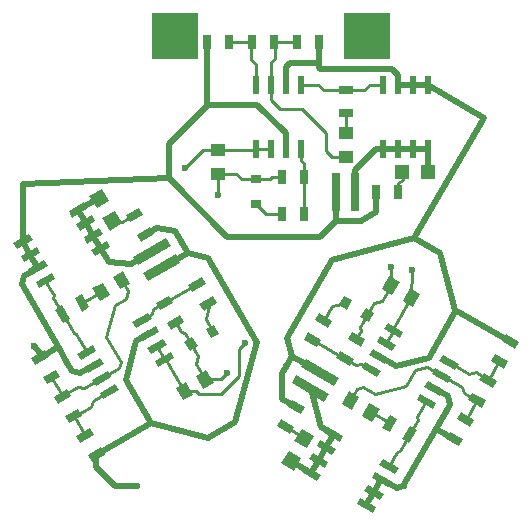
<source format=gbr>
G04 #@! TF.FileFunction,Copper,L1,Top,Signal*
%FSLAX46Y46*%
G04 Gerber Fmt 4.6, Leading zero omitted, Abs format (unit mm)*
G04 Created by KiCad (PCBNEW 4.0.6) date 03/19/17 21:35:25*
%MOMM*%
%LPD*%
G01*
G04 APERTURE LIST*
%ADD10C,0.100000*%
%ADD11R,4.000000X4.000000*%
%ADD12R,0.900000X0.800000*%
%ADD13R,0.600000X1.550000*%
%ADD14R,0.800000X3.200000*%
%ADD15R,1.250000X1.000000*%
%ADD16R,0.700000X1.300000*%
%ADD17R,1.300000X0.700000*%
%ADD18R,1.200000X1.200000*%
%ADD19C,0.600000*%
%ADD20C,0.250000*%
%ADD21C,0.500000*%
G04 APERTURE END LIST*
D10*
D11*
X8128000Y20701000D03*
D10*
G36*
X-16088970Y-6745967D02*
X-16388970Y-6226351D01*
X-15046630Y-5451351D01*
X-14746630Y-5970967D01*
X-16088970Y-6745967D01*
X-16088970Y-6745967D01*
G37*
G36*
X-15453970Y-7845819D02*
X-15753970Y-7326203D01*
X-14411630Y-6551203D01*
X-14111630Y-7070819D01*
X-15453970Y-7845819D01*
X-15453970Y-7845819D01*
G37*
G36*
X-14818970Y-8945671D02*
X-15118970Y-8426055D01*
X-13776630Y-7651055D01*
X-13476630Y-8170671D01*
X-14818970Y-8945671D01*
X-14818970Y-8945671D01*
G37*
G36*
X-14183970Y-10045523D02*
X-14483970Y-9525907D01*
X-13141630Y-8750907D01*
X-12841630Y-9270523D01*
X-14183970Y-10045523D01*
X-14183970Y-10045523D01*
G37*
G36*
X-9507432Y-7345523D02*
X-9807432Y-6825907D01*
X-8465092Y-6050907D01*
X-8165092Y-6570523D01*
X-9507432Y-7345523D01*
X-9507432Y-7345523D01*
G37*
G36*
X-10142432Y-6245671D02*
X-10442432Y-5726055D01*
X-9100092Y-4951055D01*
X-8800092Y-5470671D01*
X-10142432Y-6245671D01*
X-10142432Y-6245671D01*
G37*
G36*
X-10777432Y-5145819D02*
X-11077432Y-4626203D01*
X-9735092Y-3851203D01*
X-9435092Y-4370819D01*
X-10777432Y-5145819D01*
X-10777432Y-5145819D01*
G37*
G36*
X-11412432Y-4045967D02*
X-11712432Y-3526351D01*
X-10370092Y-2751351D01*
X-10070092Y-3270967D01*
X-11412432Y-4045967D01*
X-11412432Y-4045967D01*
G37*
G36*
X14017284Y-10384706D02*
X13717284Y-10904322D01*
X12374944Y-10129322D01*
X12674944Y-9609706D01*
X14017284Y-10384706D01*
X14017284Y-10384706D01*
G37*
G36*
X14652284Y-9284854D02*
X14352284Y-9804470D01*
X13009944Y-9029470D01*
X13309944Y-8509854D01*
X14652284Y-9284854D01*
X14652284Y-9284854D01*
G37*
G36*
X15287284Y-8185002D02*
X14987284Y-8704618D01*
X13644944Y-7929618D01*
X13944944Y-7410002D01*
X15287284Y-8185002D01*
X15287284Y-8185002D01*
G37*
G36*
X15922284Y-7085150D02*
X15622284Y-7604766D01*
X14279944Y-6829766D01*
X14579944Y-6310150D01*
X15922284Y-7085150D01*
X15922284Y-7085150D01*
G37*
G36*
X11245746Y-4385150D02*
X10945746Y-4904766D01*
X9603406Y-4129766D01*
X9903406Y-3610150D01*
X11245746Y-4385150D01*
X11245746Y-4385150D01*
G37*
G36*
X10610746Y-5485002D02*
X10310746Y-6004618D01*
X8968406Y-5229618D01*
X9268406Y-4710002D01*
X10610746Y-5485002D01*
X10610746Y-5485002D01*
G37*
G36*
X9975746Y-6584854D02*
X9675746Y-7104470D01*
X8333406Y-6329470D01*
X8633406Y-5809854D01*
X9975746Y-6584854D01*
X9975746Y-6584854D01*
G37*
G36*
X9340746Y-7684706D02*
X9040746Y-8204322D01*
X7698406Y-7429322D01*
X7998406Y-6909706D01*
X9340746Y-7684706D01*
X9340746Y-7684706D01*
G37*
G36*
X8937284Y-19183524D02*
X8637284Y-19703140D01*
X7294944Y-18928140D01*
X7594944Y-18408524D01*
X8937284Y-19183524D01*
X8937284Y-19183524D01*
G37*
G36*
X9572284Y-18083672D02*
X9272284Y-18603288D01*
X7929944Y-17828288D01*
X8229944Y-17308672D01*
X9572284Y-18083672D01*
X9572284Y-18083672D01*
G37*
G36*
X10207284Y-16983820D02*
X9907284Y-17503436D01*
X8564944Y-16728436D01*
X8864944Y-16208820D01*
X10207284Y-16983820D01*
X10207284Y-16983820D01*
G37*
G36*
X10842284Y-15883968D02*
X10542284Y-16403584D01*
X9199944Y-15628584D01*
X9499944Y-15108968D01*
X10842284Y-15883968D01*
X10842284Y-15883968D01*
G37*
G36*
X6165746Y-13183968D02*
X5865746Y-13703584D01*
X4523406Y-12928584D01*
X4823406Y-12408968D01*
X6165746Y-13183968D01*
X6165746Y-13183968D01*
G37*
G36*
X5530746Y-14283820D02*
X5230746Y-14803436D01*
X3888406Y-14028436D01*
X4188406Y-13508820D01*
X5530746Y-14283820D01*
X5530746Y-14283820D01*
G37*
G36*
X4895746Y-15383672D02*
X4595746Y-15903288D01*
X3253406Y-15128288D01*
X3553406Y-14608672D01*
X4895746Y-15383672D01*
X4895746Y-15383672D01*
G37*
G36*
X4260746Y-16483524D02*
X3960746Y-17003140D01*
X2618406Y-16228140D01*
X2918406Y-15708524D01*
X4260746Y-16483524D01*
X4260746Y-16483524D01*
G37*
G36*
X-6856006Y-5987927D02*
X-7306006Y-5208505D01*
X-6613186Y-4808505D01*
X-6163186Y-5587927D01*
X-6856006Y-5987927D01*
X-6856006Y-5987927D01*
G37*
G36*
X-5037352Y-4937927D02*
X-5487352Y-4158505D01*
X-4794532Y-3758505D01*
X-4344532Y-4537927D01*
X-5037352Y-4937927D01*
X-5037352Y-4937927D01*
G37*
D12*
X-1255101Y8527446D03*
X-1255101Y6427446D03*
D10*
G36*
X8744321Y-2767747D02*
X8294321Y-3547169D01*
X7601501Y-3147169D01*
X8051501Y-2367747D01*
X8744321Y-2767747D01*
X8744321Y-2767747D01*
G37*
G36*
X6925667Y-1717747D02*
X6475667Y-2497169D01*
X5782847Y-2097169D01*
X6232847Y-1317747D01*
X6925667Y-1717747D01*
X6925667Y-1717747D01*
G37*
D13*
X2554900Y16527446D03*
X1284900Y16527446D03*
X14900Y16527446D03*
X-1255100Y16527446D03*
X-1255100Y11127446D03*
X14900Y11127446D03*
X1284900Y11127446D03*
X2554900Y11127446D03*
D10*
G36*
X-21486468Y2602776D02*
X-21786468Y3122392D01*
X-20444128Y3897392D01*
X-20144128Y3377776D01*
X-21486468Y2602776D01*
X-21486468Y2602776D01*
G37*
G36*
X-20851468Y1502924D02*
X-21151468Y2022540D01*
X-19809128Y2797540D01*
X-19509128Y2277924D01*
X-20851468Y1502924D01*
X-20851468Y1502924D01*
G37*
G36*
X-20216468Y403072D02*
X-20516468Y922688D01*
X-19174128Y1697688D01*
X-18874128Y1178072D01*
X-20216468Y403072D01*
X-20216468Y403072D01*
G37*
G36*
X-19581468Y-696780D02*
X-19881468Y-177164D01*
X-18539128Y597836D01*
X-18239128Y78220D01*
X-19581468Y-696780D01*
X-19581468Y-696780D01*
G37*
G36*
X-14904930Y2003220D02*
X-15204930Y2522836D01*
X-13862590Y3297836D01*
X-13562590Y2778220D01*
X-14904930Y2003220D01*
X-14904930Y2003220D01*
G37*
G36*
X-15539930Y3103072D02*
X-15839930Y3622688D01*
X-14497590Y4397688D01*
X-14197590Y3878072D01*
X-15539930Y3103072D01*
X-15539930Y3103072D01*
G37*
G36*
X-16174930Y4202924D02*
X-16474930Y4722540D01*
X-15132590Y5497540D01*
X-14832590Y4977924D01*
X-16174930Y4202924D01*
X-16174930Y4202924D01*
G37*
G36*
X-16809930Y5302776D02*
X-17109930Y5822392D01*
X-15767590Y6597392D01*
X-15467590Y6077776D01*
X-16809930Y5302776D01*
X-16809930Y5302776D01*
G37*
D13*
X13349899Y16527447D03*
X12079899Y16527447D03*
X10809899Y16527447D03*
X9539899Y16527447D03*
X9539899Y11127447D03*
X10809899Y11127447D03*
X12079899Y11127447D03*
X13349899Y11127447D03*
D10*
G36*
X-11620910Y1965128D02*
X-8849628Y3565128D01*
X-8449628Y2872308D01*
X-11220910Y1272308D01*
X-11620910Y1965128D01*
X-11620910Y1965128D01*
G37*
G36*
X-10820910Y579488D02*
X-8049628Y2179488D01*
X-7649628Y1486668D01*
X-10420910Y-113332D01*
X-10820910Y579488D01*
X-10820910Y579488D01*
G37*
D14*
X7164899Y7477447D03*
X5564899Y7477447D03*
D10*
G36*
X4556725Y-10320875D02*
X1785443Y-8720875D01*
X2185443Y-8028055D01*
X4956725Y-9628055D01*
X4556725Y-10320875D01*
X4556725Y-10320875D01*
G37*
G36*
X5356725Y-8935235D02*
X2585443Y-7335235D01*
X2985443Y-6642415D01*
X5756725Y-8242415D01*
X5356725Y-8935235D01*
X5356725Y-8935235D01*
G37*
G36*
X-7424011Y-10184113D02*
X-8049011Y-9101581D01*
X-7182985Y-8601581D01*
X-6557985Y-9684113D01*
X-7424011Y-10184113D01*
X-7424011Y-10184113D01*
G37*
G36*
X-5691961Y-9184113D02*
X-6316961Y-8101581D01*
X-5450935Y-7601581D01*
X-4825935Y-8684113D01*
X-5691961Y-9184113D01*
X-5691961Y-9184113D01*
G37*
G36*
X-14471290Y-1787868D02*
X-15096290Y-705336D01*
X-14230264Y-205336D01*
X-13605264Y-1287868D01*
X-14471290Y-1787868D01*
X-14471290Y-1787868D01*
G37*
G36*
X-12739240Y-787868D02*
X-13364240Y294664D01*
X-12498214Y794664D01*
X-11873214Y-287868D01*
X-12739240Y-787868D01*
X-12739240Y-787868D01*
G37*
D15*
X-4430101Y11017446D03*
X-4430101Y9017446D03*
X6350000Y12430000D03*
X6350000Y10430000D03*
D10*
G36*
X12662327Y-1161561D02*
X12037327Y-2244093D01*
X11171301Y-1744093D01*
X11796301Y-661561D01*
X12662327Y-1161561D01*
X12662327Y-1161561D01*
G37*
G36*
X10930277Y-161561D02*
X10305277Y-1244093D01*
X9439251Y-744093D01*
X10064251Y338439D01*
X10930277Y-161561D01*
X10930277Y-161561D01*
G37*
G36*
X9232105Y-10912879D02*
X8607105Y-11995411D01*
X7741079Y-11495411D01*
X8366079Y-10412879D01*
X9232105Y-10912879D01*
X9232105Y-10912879D01*
G37*
G36*
X7500055Y-9912879D02*
X6875055Y-10995411D01*
X6009029Y-10495411D01*
X6634029Y-9412879D01*
X7500055Y-9912879D01*
X7500055Y-9912879D01*
G37*
G36*
X-9725537Y-1957753D02*
X-8599703Y-1307753D01*
X-8249703Y-1913971D01*
X-9375537Y-2563971D01*
X-9725537Y-1957753D01*
X-9725537Y-1957753D01*
G37*
G36*
X-8775537Y-3603201D02*
X-7649703Y-2953201D01*
X-7299703Y-3559419D01*
X-8425537Y-4209419D01*
X-8775537Y-3603201D01*
X-8775537Y-3603201D01*
G37*
G36*
X-6975907Y-370252D02*
X-5850073Y279748D01*
X-5500073Y-326470D01*
X-6625907Y-976470D01*
X-6975907Y-370252D01*
X-6975907Y-370252D01*
G37*
G36*
X-6025907Y-2015700D02*
X-4900073Y-1365700D01*
X-4550073Y-1971918D01*
X-5675907Y-2621918D01*
X-6025907Y-2015700D01*
X-6025907Y-2015700D01*
G37*
G36*
X-17585142Y-3614519D02*
X-18235142Y-2488685D01*
X-17628924Y-2138685D01*
X-16978924Y-3264519D01*
X-17585142Y-3614519D01*
X-17585142Y-3614519D01*
G37*
G36*
X-15939694Y-2664519D02*
X-16589694Y-1538685D01*
X-15983476Y-1188685D01*
X-15333476Y-2314519D01*
X-15939694Y-2664519D01*
X-15939694Y-2664519D01*
G37*
G36*
X-18354208Y-9872457D02*
X-17228374Y-9222457D01*
X-16878374Y-9828675D01*
X-18004208Y-10478675D01*
X-18354208Y-9872457D01*
X-18354208Y-9872457D01*
G37*
G36*
X-17404208Y-11517905D02*
X-16278374Y-10867905D01*
X-15928374Y-11474123D01*
X-17054208Y-12124123D01*
X-17404208Y-11517905D01*
X-17404208Y-11517905D01*
G37*
G36*
X-16449208Y-13172013D02*
X-15323374Y-12522013D01*
X-14973374Y-13128231D01*
X-16099208Y-13778231D01*
X-16449208Y-13172013D01*
X-16449208Y-13172013D01*
G37*
G36*
X-15499208Y-14817461D02*
X-14373374Y-14167461D01*
X-14023374Y-14773679D01*
X-15149208Y-15423679D01*
X-15499208Y-14817461D01*
X-15499208Y-14817461D01*
G37*
G36*
X-20259208Y-6572900D02*
X-19133374Y-5922900D01*
X-18783374Y-6529118D01*
X-19909208Y-7179118D01*
X-20259208Y-6572900D01*
X-20259208Y-6572900D01*
G37*
G36*
X-19309208Y-8218348D02*
X-18183374Y-7568348D01*
X-17833374Y-8174566D01*
X-18959208Y-8824566D01*
X-19309208Y-8218348D01*
X-19309208Y-8218348D01*
G37*
D16*
X2869899Y8747447D03*
X969899Y8747447D03*
X2869899Y5572446D03*
X969899Y5572446D03*
D17*
X6350000Y16063000D03*
X6350000Y14163000D03*
D16*
X329899Y20177446D03*
X-1570101Y20177446D03*
X-3480101Y20177446D03*
X-5380101Y20177446D03*
X4139899Y20177446D03*
X2239899Y20177446D03*
D10*
G36*
X6688853Y-7267922D02*
X5563019Y-6617922D01*
X5913019Y-6011704D01*
X7038853Y-6661704D01*
X6688853Y-7267922D01*
X6688853Y-7267922D01*
G37*
G36*
X7638853Y-5622474D02*
X6513019Y-4972474D01*
X6863019Y-4366256D01*
X7988853Y-5016256D01*
X7638853Y-5622474D01*
X7638853Y-5622474D01*
G37*
G36*
X3939223Y-5680422D02*
X2813389Y-5030422D01*
X3163389Y-4424204D01*
X4289223Y-5074204D01*
X3939223Y-5680422D01*
X3939223Y-5680422D01*
G37*
G36*
X4889223Y-4034974D02*
X3763389Y-3384974D01*
X4113389Y-2778756D01*
X5239223Y-3428756D01*
X4889223Y-4034974D01*
X4889223Y-4034974D01*
G37*
G36*
X12370957Y-12696228D02*
X11720957Y-13822062D01*
X11114739Y-13472062D01*
X11764739Y-12346228D01*
X12370957Y-12696228D01*
X12370957Y-12696228D01*
G37*
G36*
X10725509Y-11746228D02*
X10075509Y-12872062D01*
X9469291Y-12522062D01*
X10119291Y-11396228D01*
X10725509Y-11746228D01*
X10725509Y-11746228D01*
G37*
G36*
X17857524Y-10783217D02*
X16731690Y-10133217D01*
X17081690Y-9526999D01*
X18207524Y-10176999D01*
X17857524Y-10783217D01*
X17857524Y-10783217D01*
G37*
G36*
X18807524Y-9137769D02*
X17681690Y-8487769D01*
X18031690Y-7881551D01*
X19157524Y-8531551D01*
X18807524Y-9137769D01*
X18807524Y-9137769D01*
G37*
G36*
X19762524Y-7483660D02*
X18636690Y-6833660D01*
X18986690Y-6227442D01*
X20112524Y-6877442D01*
X19762524Y-7483660D01*
X19762524Y-7483660D01*
G37*
G36*
X20712524Y-5838212D02*
X19586690Y-5188212D01*
X19936690Y-4581994D01*
X21062524Y-5231994D01*
X20712524Y-5838212D01*
X20712524Y-5838212D01*
G37*
G36*
X15952524Y-14082774D02*
X14826690Y-13432774D01*
X15176690Y-12826556D01*
X16302524Y-13476556D01*
X15952524Y-14082774D01*
X15952524Y-14082774D01*
G37*
G36*
X16902524Y-12437326D02*
X15776690Y-11787326D01*
X16126690Y-11181108D01*
X17252524Y-11831108D01*
X16902524Y-12437326D01*
X16902524Y-12437326D01*
G37*
D11*
X-8128000Y20701000D03*
D10*
G36*
X-12600385Y4796757D02*
X-13639615Y4196757D01*
X-14239615Y5235987D01*
X-13200385Y5835987D01*
X-12600385Y4796757D01*
X-12600385Y4796757D01*
G37*
G36*
X-13700385Y6702013D02*
X-14739615Y6102013D01*
X-15339615Y7141243D01*
X-14300385Y7741243D01*
X-13700385Y6702013D01*
X-13700385Y6702013D01*
G37*
D18*
X11155500Y9144000D03*
X13355500Y9144000D03*
D10*
G36*
X2616385Y-12578757D02*
X3655615Y-13178757D01*
X3055615Y-14217987D01*
X2016385Y-13617987D01*
X2616385Y-12578757D01*
X2616385Y-12578757D01*
G37*
G36*
X1516385Y-14484013D02*
X2555615Y-15084013D01*
X1955615Y-16123243D01*
X916385Y-15523243D01*
X1516385Y-14484013D01*
X1516385Y-14484013D01*
G37*
G36*
X-9836083Y3898167D02*
X-10961917Y3248167D01*
X-11311917Y3854385D01*
X-10186083Y4504385D01*
X-9836083Y3898167D01*
X-9836083Y3898167D01*
G37*
G36*
X-10786083Y5543615D02*
X-11911917Y4893615D01*
X-12261917Y5499833D01*
X-11136083Y6149833D01*
X-10786083Y5543615D01*
X-10786083Y5543615D01*
G37*
D16*
X8892500Y7429500D03*
X10792500Y7429500D03*
D10*
G36*
X1801583Y-10106167D02*
X2927417Y-10756167D01*
X2577417Y-11362385D01*
X1451583Y-10712385D01*
X1801583Y-10106167D01*
X1801583Y-10106167D01*
G37*
G36*
X851583Y-11751615D02*
X1977417Y-12401615D01*
X1627417Y-13007833D01*
X501583Y-12357833D01*
X851583Y-11751615D01*
X851583Y-11751615D01*
G37*
D19*
X-2159000Y-5334000D03*
X-3683000Y-7874000D03*
X-7239000Y9525000D03*
X-4445000Y7239000D03*
X11938000Y825500D03*
X10160000Y1079500D03*
X-6858000Y19304000D03*
X-8128000Y19304000D03*
X-9525000Y19304000D03*
X-9525000Y20701000D03*
X-9525000Y22098000D03*
X-8128000Y22098000D03*
X-6858000Y22098000D03*
X-6858000Y20701000D03*
X-8128000Y20701000D03*
X-11303000Y-17399000D03*
X11303000Y-17399000D03*
X-20066000Y-5588000D03*
X1270000Y-7366000D03*
X6858000Y21971000D03*
X6858000Y20701000D03*
X6858000Y19431000D03*
X8128000Y19431000D03*
X9398000Y19431000D03*
X9398000Y21971000D03*
X8128000Y21971000D03*
X9398000Y20701000D03*
X8128000Y20701000D03*
D20*
X-7303498Y-9392847D02*
X-6355153Y-9392847D01*
X-6355153Y-9392847D02*
X-6096000Y-9652000D01*
X-6096000Y-9652000D02*
X-4191000Y-9652000D01*
X-4191000Y-9652000D02*
X-2667000Y-8128000D01*
X-2667000Y-8128000D02*
X-2667000Y-5842000D01*
X-2667000Y-5842000D02*
X-2159000Y-5334000D01*
X-9621261Y-5598363D02*
X-8986261Y-6698216D01*
X-8986261Y-6698216D02*
X-8835999Y-6738479D01*
X-8835999Y-6738479D02*
X-7303498Y-9392847D01*
X-5571448Y-8392847D02*
X-4201847Y-8392847D01*
X-4201847Y-8392847D02*
X-3683000Y-7874000D01*
X-6734595Y-5398216D02*
X-6146095Y-6417528D01*
X-6325447Y-7086881D02*
X-5571448Y-8392848D01*
X-6146095Y-6417528D02*
X-6325447Y-7086881D01*
X-8037621Y-3581310D02*
X-7560121Y-4408362D01*
X-7259595Y-4488889D02*
X-6734595Y-5398216D01*
X-7560121Y-4408362D02*
X-7259595Y-4488889D01*
X-15961586Y-1926602D02*
X-14350776Y-996603D01*
X-14297799Y-8298364D02*
X-12839412Y-7456365D01*
X-12102726Y-890341D02*
X-12618728Y3398D01*
X-12282811Y-1562426D02*
X-12102726Y-890341D01*
X-13162692Y-2070424D02*
X-12282811Y-1562426D01*
X-13906456Y-4846189D02*
X-13162692Y-2070424D01*
X-12699956Y-6935908D02*
X-13906456Y-4846189D01*
X-12839412Y-7456365D02*
X-12699956Y-6935908D01*
X-18571291Y-8196457D02*
X-17616291Y-9850565D01*
X-17616291Y-9850565D02*
X-17592134Y-9760408D01*
X-17592134Y-9760408D02*
X-16329469Y-9031408D01*
X-16329469Y-9031408D02*
X-15809013Y-9170862D01*
X-15809013Y-9170862D02*
X-14297799Y-8298364D01*
X-4430101Y11017446D02*
X-5746554Y11017446D01*
X-5746554Y11017446D02*
X-7239000Y9525000D01*
X14899Y11127446D02*
X-1255101Y11127446D01*
X-1255101Y11127446D02*
X-1365102Y11017446D01*
X-1365102Y11017446D02*
X-4430100Y11017447D01*
X969899Y8747447D02*
X141899Y8747446D01*
X141899Y8747446D02*
X-78101Y8527446D01*
X-78101Y8527446D02*
X-1255101Y8527446D01*
X-4430101Y9017446D02*
X-4445000Y7239000D01*
X-1255101Y8527446D02*
X-2432101Y8527446D01*
X-2922101Y9017447D02*
X-4430101Y9017447D01*
X-2432101Y8527446D02*
X-2922101Y9017447D01*
X6350000Y12430000D02*
X6350000Y14163000D01*
X14898Y16527446D02*
X14899Y15224446D01*
X5207000Y10414000D02*
X6350000Y10430000D01*
X4699000Y10922000D02*
X5207000Y10414000D01*
X4713899Y12430446D02*
X4699000Y10922000D01*
X2681899Y14462447D02*
X4713899Y12430446D01*
X776899Y14462446D02*
X2681899Y14462447D01*
X14899Y15224446D02*
X776899Y14462446D01*
X14898Y16527446D02*
X14898Y18399446D01*
X395899Y18780447D02*
X395898Y20111447D01*
X14898Y18399446D02*
X395899Y18780447D01*
X395898Y20111447D02*
X461899Y20177446D01*
X461899Y20177446D02*
X2239899Y20177446D01*
X11916814Y-1452827D02*
X11938000Y825500D01*
X9789577Y-5357310D02*
X10424577Y-4257458D01*
X10424577Y-4257458D02*
X10384314Y-4107195D01*
X10384314Y-4107195D02*
X11916814Y-1452827D01*
X10184764Y-452827D02*
X10160000Y1079500D01*
X8172911Y-2957458D02*
X8761411Y-1938146D01*
X9430763Y-1758794D02*
X10184763Y-452827D01*
X8761411Y-1938146D02*
X9430763Y-1758794D01*
X7250936Y-4994365D02*
X7664936Y-4277295D01*
X7584411Y-3976770D02*
X8172911Y-2957458D01*
X7664936Y-4277295D02*
X7584411Y-3976770D01*
X10097400Y-12134145D02*
X8486592Y-11204145D01*
X14466114Y-8057310D02*
X13227698Y-7342310D01*
X7334042Y-9200422D02*
X6754542Y-10204145D01*
X7832641Y-9066823D02*
X7334042Y-9200422D01*
X8822508Y-9638323D02*
X7832641Y-9066823D01*
X11424786Y-8941044D02*
X8822508Y-9638323D01*
X12186786Y-7621222D02*
X11424786Y-8941044D01*
X13227698Y-7342310D02*
X12186786Y-7621222D01*
X16514607Y-11809217D02*
X17469607Y-10155108D01*
X17469607Y-10155108D02*
X17379449Y-10179266D01*
X17379449Y-10179266D02*
X16336754Y-9577266D01*
X16336754Y-9577266D02*
X16197299Y-9056810D01*
X16197299Y-9056810D02*
X14466114Y-8057310D01*
X-5287991Y-1993810D02*
X-5191490Y-2160952D01*
X-5191490Y-2160952D02*
X-5504441Y-3328904D01*
X-5504441Y-3328904D02*
X-4915942Y-4348216D01*
X969899Y5572446D02*
X-400101Y5572446D01*
X-400101Y5572446D02*
X-1255101Y6427447D01*
X4501306Y-3406865D02*
X5186306Y-2220410D01*
X5186306Y-2220410D02*
X6354257Y-1907458D01*
D21*
X-10574000Y3876276D02*
X-9652000Y4445000D01*
X-8128000Y4191000D02*
X-7002655Y2322077D01*
X-9652000Y4445000D02*
X-8128000Y4191000D01*
X-10084754Y-12095571D02*
X-5310496Y-13374830D01*
X-1242362Y-5191045D02*
X-5319712Y1871133D01*
X-1192212Y-5277907D02*
X-1242362Y-5191045D01*
X-5319712Y1871133D02*
X-7002655Y2322077D01*
X-7002655Y2322077D02*
X-9235269Y1033077D01*
X-3005135Y-12043830D02*
X-1192212Y-5277907D01*
X-5310496Y-13374830D02*
X-3005135Y-12043830D01*
X-10256262Y-4498511D02*
X-11384693Y-5150011D01*
X-10141912Y-12128572D02*
X-10084754Y-12095571D01*
X-12267912Y-8446232D02*
X-10141912Y-12128572D01*
X-11384693Y-5150011D02*
X-12267912Y-8446232D01*
X-14761291Y-14795570D02*
X-11553722Y-12959749D01*
X-11553722Y-12959749D02*
X-10084754Y-12095571D01*
X-14761291Y-14795570D02*
X-14761291Y-15845709D01*
X-13208000Y-17399000D02*
X-11303000Y-17399000D01*
X-14761291Y-15845709D02*
X-13208000Y-17399000D01*
X11239827Y-17462173D02*
X11197813Y-17462173D01*
X11303000Y-17399000D02*
X11239827Y-17462173D01*
X15564607Y-13454665D02*
X14024813Y-12565665D01*
X14024813Y-12565665D02*
X13991813Y-12622823D01*
X8116114Y-19055833D02*
X8751114Y-17955981D01*
X8751114Y-17955981D02*
X9386114Y-16856128D01*
X9386114Y-16856128D02*
X10677358Y-17601628D01*
X10677358Y-17601628D02*
X11197813Y-17462173D01*
X11197813Y-17462173D02*
X13991813Y-12622823D01*
X13991813Y-12622823D02*
X15198313Y-10533103D01*
X15198313Y-10533103D02*
X15012373Y-9839163D01*
X15012373Y-9839163D02*
X13831114Y-9157163D01*
D20*
X15474449Y-13478823D02*
X15564607Y-13454665D01*
X-17607033Y-2876602D02*
X-18402031Y-1499622D01*
X-18345299Y-1287888D02*
X-19060299Y-49472D01*
X-18402031Y-1499622D02*
X-18345299Y-1287888D01*
X-15567799Y-6098659D02*
X-16473299Y-4530287D01*
X-16685032Y-4473553D02*
X-17607033Y-2876602D01*
X-16473299Y-4530287D02*
X-16685032Y-4473553D01*
X-17568785Y-2886852D02*
X-17556704Y-2841773D01*
D21*
X8892500Y7429500D02*
X8890000Y5778500D01*
X7620000Y5016500D02*
X5554953Y5016500D01*
X8890000Y5778500D02*
X7620000Y5016500D01*
X-19521291Y-6132709D02*
X-19521291Y-6551009D01*
X-20066000Y-5588000D02*
X-19521291Y-6132709D01*
X-8621101Y8620447D02*
X-20949459Y8137118D01*
X-20949459Y8137118D02*
X-20965298Y3250084D01*
X-19521291Y-6551009D02*
X-17981498Y-5662009D01*
X-17981498Y-5662009D02*
X-17950998Y-5714836D01*
X-14932799Y-7198511D02*
X-16114058Y-7880512D01*
X-20876558Y368380D02*
X-19695299Y1050381D01*
X-21062498Y-325560D02*
X-20876558Y368380D01*
X-16807999Y-7694570D02*
X-17208009Y-7001732D01*
X-17208009Y-7001732D02*
X-17950998Y-5714836D01*
X-17950998Y-5714836D02*
X-21062498Y-325560D01*
X-16114058Y-7880512D02*
X-16807999Y-7694570D01*
X-19695299Y1050381D02*
X-20330299Y2150233D01*
X-20330299Y2150233D02*
X-20965299Y3250085D01*
X1284899Y11127446D02*
X1284899Y12430446D01*
X-1128102Y14843446D02*
X-5380102Y14843446D01*
X1284899Y12430446D02*
X-1128102Y14843446D01*
X-5380101Y20177447D02*
X-5380102Y14843446D01*
X-5380102Y14843446D02*
X-5380101Y14782447D01*
X-8621101Y8620447D02*
X-3668101Y3667447D01*
X-8621101Y11541447D02*
X-8621101Y8620447D01*
X-5380101Y14782447D02*
X-8621101Y11541447D01*
X-3668101Y3667447D02*
X4205899Y3667447D01*
X4205899Y3667447D02*
X5554953Y5016500D01*
X5554953Y5016500D02*
X5564899Y5026446D01*
X5564899Y5026446D02*
X5564898Y7477446D01*
D20*
X-15711292Y-13150123D02*
X-16666291Y-11496014D01*
X-16666291Y-11496014D02*
X-16576134Y-11520172D01*
X-16576134Y-11520172D02*
X-15203483Y-10727671D01*
X-15203483Y-10727671D02*
X-15064028Y-10207217D01*
X-15064028Y-10207217D02*
X-13662799Y-9398216D01*
X-8987620Y-1935862D02*
X-6237990Y-348361D01*
X-10891261Y-3398658D02*
X-10039958Y-2907158D01*
X-9924660Y-2476860D02*
X-8987620Y-1935862D01*
X-10039958Y-2907158D02*
X-9924660Y-2476860D01*
X-9009948Y-2019188D02*
X-8987620Y-1935862D01*
X2554900Y16527446D02*
X4046554Y16527446D01*
X4511000Y16063000D02*
X6350000Y16063000D01*
X4046554Y16527446D02*
X4511000Y16063000D01*
X9539899Y16527447D02*
X8399447Y16527447D01*
X7935000Y16063000D02*
X6350000Y16063000D01*
X8399447Y16527447D02*
X7935000Y16063000D01*
D21*
X1270000Y-7366000D02*
X1852711Y-6450312D01*
X2189500Y-10734276D02*
X952500Y-10033000D01*
X952500Y-7874000D02*
X1270000Y-7366000D01*
X952500Y-10033000D02*
X952500Y-7874000D01*
X4139899Y18415000D02*
X4139899Y17958101D01*
X10809899Y17384101D02*
X10809899Y16527447D01*
X10287000Y17907000D02*
X10809899Y17384101D01*
X4191000Y17907000D02*
X10287000Y17907000D01*
X4139899Y17958101D02*
X4191000Y17907000D01*
X13349899Y16527447D02*
X18078936Y13760282D01*
X18078936Y13760282D02*
X12173436Y3531656D01*
X9154577Y-6457163D02*
X10612964Y-7299163D01*
X15705227Y-2543103D02*
X15652400Y-2512603D01*
X13388727Y-6555399D02*
X15705227Y-2543103D01*
X10612964Y-7299163D02*
X13388727Y-6555399D01*
X20324607Y-5210103D02*
X15652400Y-2512603D01*
X12173436Y3531656D02*
X5234027Y1672247D01*
X1828485Y-6436325D02*
X1852711Y-6450312D01*
X1424027Y-4926867D02*
X1828485Y-6436325D01*
X5234027Y1672247D02*
X1424027Y-4926867D01*
X14373141Y2261656D02*
X12173436Y3531656D01*
X15652400Y-2512603D02*
X14373141Y2261656D01*
X4139899Y20177446D02*
X4139899Y18415000D01*
X4139899Y18415000D02*
X4139899Y18399447D01*
X4139899Y18399447D02*
X4078899Y18399446D01*
X1284899Y16527446D02*
X1284899Y18018446D01*
X1665899Y18399447D02*
X4078899Y18399446D01*
X1284899Y18018446D02*
X1665899Y18399447D01*
X10809899Y16527446D02*
X12079899Y16527446D01*
X12079899Y16527446D02*
X13349899Y16527446D01*
X1852711Y-6450312D02*
X1883355Y-6468004D01*
X1883355Y-6468004D02*
X1903485Y-6479626D01*
X1903485Y-6479626D02*
X4171084Y-7788825D01*
D20*
X-3480101Y20177446D02*
X-1570101Y20177446D01*
X-1570101Y20177446D02*
X-1636102Y20111446D01*
X-1636102Y20111446D02*
X-1636101Y18653446D01*
X-1636101Y18653446D02*
X-1255101Y18272447D01*
X-1255101Y18272447D02*
X-1255101Y16527446D01*
X2869899Y8747447D02*
X2869899Y5572446D01*
X2554899Y11127446D02*
X2554899Y10144446D01*
X2869899Y9829446D02*
X2869899Y8747447D01*
X2554899Y10144446D02*
X2869899Y9829446D01*
X11742848Y-13084145D02*
X10947848Y-14461126D01*
X10736114Y-14517860D02*
X10021114Y-15756276D01*
X10947848Y-14461126D02*
X10736114Y-14517860D01*
X13196114Y-10257015D02*
X12417614Y-11605416D01*
X12474348Y-11817150D02*
X11742848Y-13084145D01*
X12417614Y-11605416D02*
X12474348Y-11817150D01*
X10059363Y-15746027D02*
X10021114Y-15756276D01*
X11732599Y-13045897D02*
X11742848Y-13084145D01*
X19374607Y-6855551D02*
X18419607Y-8509660D01*
X18419607Y-8509660D02*
X18395449Y-8419502D01*
X18395449Y-8419502D02*
X17352754Y-7817502D01*
X17352754Y-7817502D02*
X16832299Y-7956958D01*
X16832299Y-7956958D02*
X15101114Y-6957458D01*
X18336279Y-8531988D02*
X18419607Y-8509660D01*
X19284449Y-6879709D02*
X19374607Y-6855551D01*
X6300936Y-6639813D02*
X3551306Y-5052313D01*
X8519577Y-7557015D02*
X7668274Y-7065515D01*
X7237976Y-7180813D02*
X6300936Y-6639813D01*
X7668274Y-7065515D02*
X7237976Y-7180813D01*
X-13420000Y5016372D02*
X-12573000Y4953000D01*
X-12573000Y4953000D02*
X-11524000Y5521724D01*
D21*
X-14383760Y2650528D02*
X-13716000Y1524000D01*
X-11811000Y1397000D02*
X-10035269Y2418718D01*
X-13716000Y1524000D02*
X-11811000Y1397000D01*
X-16288760Y5950084D02*
X-14520000Y6921628D01*
X-16288761Y5950085D02*
X-15653761Y4850234D01*
X-15653761Y4850234D02*
X-15018762Y3750381D01*
X-15018762Y3750381D02*
X-14383761Y2650529D01*
D20*
X11155500Y9144000D02*
X11176000Y8445500D01*
X10795000Y8191500D02*
X10792500Y7429500D01*
X11176000Y8445500D02*
X10795000Y8191500D01*
D21*
X13349899Y11127447D02*
X13355500Y9144000D01*
X9539899Y11127447D02*
X8890000Y11112500D01*
X7175500Y9334500D02*
X7164899Y7477447D01*
X8890000Y11112500D02*
X7175500Y9334500D01*
X13349899Y11127446D02*
X12079899Y11127446D01*
X12079899Y11127446D02*
X10809899Y11127446D01*
X10809899Y11127446D02*
X9539899Y11127446D01*
D20*
X2836000Y-13398372D02*
X1239500Y-12379724D01*
D21*
X3439576Y-16355832D02*
X1736000Y-15303628D01*
X4273303Y-12437776D02*
X3403993Y-9193466D01*
X3403993Y-9193466D02*
X3371084Y-9174466D01*
X3439577Y-16355833D02*
X4074577Y-15255981D01*
X4074577Y-15255981D02*
X4709577Y-14156128D01*
X4709577Y-14156128D02*
X5344577Y-13056276D01*
X5344577Y-13056276D02*
X4273303Y-12437776D01*
M02*

</source>
